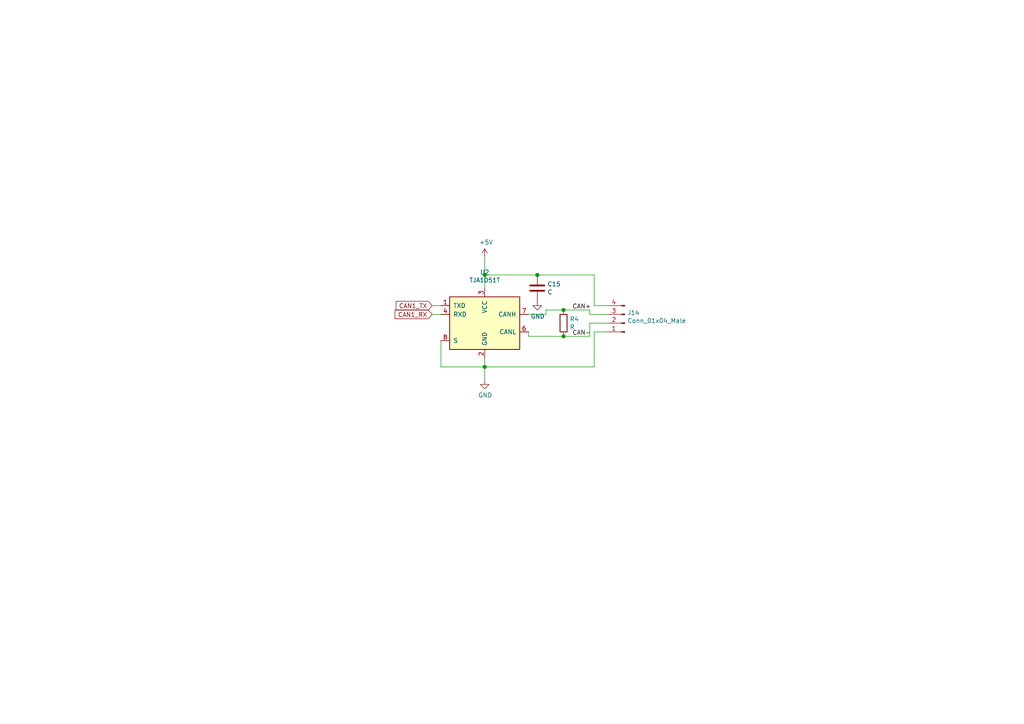
<source format=kicad_sch>
(kicad_sch (version 20200828) (generator eeschema)

  (page 5 11)

  (paper "A4")

  (lib_symbols
    (symbol "Connector:Conn_01x04_Male" (pin_names (offset 1.016) hide) (in_bom yes) (on_board yes)
      (property "Reference" "J" (id 0) (at 0 5.08 0)
        (effects (font (size 1.27 1.27)))
      )
      (property "Value" "Conn_01x04_Male" (id 1) (at 0 -7.62 0)
        (effects (font (size 1.27 1.27)))
      )
      (property "Footprint" "" (id 2) (at 0 0 0)
        (effects (font (size 1.27 1.27)) hide)
      )
      (property "Datasheet" "~" (id 3) (at 0 0 0)
        (effects (font (size 1.27 1.27)) hide)
      )
      (property "ki_keywords" "connector" (id 4) (at 0 0 0)
        (effects (font (size 1.27 1.27)) hide)
      )
      (property "ki_description" "Generic connector, single row, 01x04, script generated (kicad-library-utils/schlib/autogen/connector/)" (id 5) (at 0 0 0)
        (effects (font (size 1.27 1.27)) hide)
      )
      (property "ki_fp_filters" "Connector*:*_1x??_*" (id 6) (at 0 0 0)
        (effects (font (size 1.27 1.27)) hide)
      )
      (symbol "Conn_01x04_Male_1_1"
        (rectangle (start 0.8636 -4.953) (end 0 -5.207)
          (stroke (width 0.1524)) (fill (type outline))
        )
        (rectangle (start 0.8636 -2.413) (end 0 -2.667)
          (stroke (width 0.1524)) (fill (type outline))
        )
        (rectangle (start 0.8636 0.127) (end 0 -0.127)
          (stroke (width 0.1524)) (fill (type outline))
        )
        (rectangle (start 0.8636 2.667) (end 0 2.413)
          (stroke (width 0.1524)) (fill (type outline))
        )
        (polyline
          (pts
            (xy 1.27 -5.08)
            (xy 0.8636 -5.08)
          )
          (stroke (width 0.1524)) (fill (type none))
        )
        (polyline
          (pts
            (xy 1.27 -2.54)
            (xy 0.8636 -2.54)
          )
          (stroke (width 0.1524)) (fill (type none))
        )
        (polyline
          (pts
            (xy 1.27 0)
            (xy 0.8636 0)
          )
          (stroke (width 0.1524)) (fill (type none))
        )
        (polyline
          (pts
            (xy 1.27 2.54)
            (xy 0.8636 2.54)
          )
          (stroke (width 0.1524)) (fill (type none))
        )
        (pin passive line (at 5.08 2.54 180) (length 3.81)
          (name "Pin_1" (effects (font (size 1.27 1.27))))
          (number "1" (effects (font (size 1.27 1.27))))
        )
        (pin passive line (at 5.08 0 180) (length 3.81)
          (name "Pin_2" (effects (font (size 1.27 1.27))))
          (number "2" (effects (font (size 1.27 1.27))))
        )
        (pin passive line (at 5.08 -2.54 180) (length 3.81)
          (name "Pin_3" (effects (font (size 1.27 1.27))))
          (number "3" (effects (font (size 1.27 1.27))))
        )
        (pin passive line (at 5.08 -5.08 180) (length 3.81)
          (name "Pin_4" (effects (font (size 1.27 1.27))))
          (number "4" (effects (font (size 1.27 1.27))))
        )
      )
    )
    (symbol "Device:C" (pin_numbers hide) (pin_names (offset 0.254)) (in_bom yes) (on_board yes)
      (property "Reference" "C" (id 0) (at 0.635 2.54 0)
        (effects (font (size 1.27 1.27)) (justify left))
      )
      (property "Value" "C" (id 1) (at 0.635 -2.54 0)
        (effects (font (size 1.27 1.27)) (justify left))
      )
      (property "Footprint" "" (id 2) (at 0.9652 -3.81 0)
        (effects (font (size 1.27 1.27)) hide)
      )
      (property "Datasheet" "~" (id 3) (at 0 0 0)
        (effects (font (size 1.27 1.27)) hide)
      )
      (property "ki_keywords" "cap capacitor" (id 4) (at 0 0 0)
        (effects (font (size 1.27 1.27)) hide)
      )
      (property "ki_description" "Unpolarized capacitor" (id 5) (at 0 0 0)
        (effects (font (size 1.27 1.27)) hide)
      )
      (property "ki_fp_filters" "C_*" (id 6) (at 0 0 0)
        (effects (font (size 1.27 1.27)) hide)
      )
      (symbol "C_0_1"
        (polyline
          (pts
            (xy -2.032 -0.762)
            (xy 2.032 -0.762)
          )
          (stroke (width 0.508)) (fill (type none))
        )
        (polyline
          (pts
            (xy -2.032 0.762)
            (xy 2.032 0.762)
          )
          (stroke (width 0.508)) (fill (type none))
        )
      )
      (symbol "C_1_1"
        (pin passive line (at 0 3.81 270) (length 2.794)
          (name "~" (effects (font (size 1.27 1.27))))
          (number "1" (effects (font (size 1.27 1.27))))
        )
        (pin passive line (at 0 -3.81 90) (length 2.794)
          (name "~" (effects (font (size 1.27 1.27))))
          (number "2" (effects (font (size 1.27 1.27))))
        )
      )
    )
    (symbol "Device:R" (pin_numbers hide) (pin_names (offset 0)) (in_bom yes) (on_board yes)
      (property "Reference" "R" (id 0) (at 2.032 0 90)
        (effects (font (size 1.27 1.27)))
      )
      (property "Value" "R" (id 1) (at 0 0 90)
        (effects (font (size 1.27 1.27)))
      )
      (property "Footprint" "" (id 2) (at -1.778 0 90)
        (effects (font (size 1.27 1.27)) hide)
      )
      (property "Datasheet" "~" (id 3) (at 0 0 0)
        (effects (font (size 1.27 1.27)) hide)
      )
      (property "ki_keywords" "R res resistor" (id 4) (at 0 0 0)
        (effects (font (size 1.27 1.27)) hide)
      )
      (property "ki_description" "Resistor" (id 5) (at 0 0 0)
        (effects (font (size 1.27 1.27)) hide)
      )
      (property "ki_fp_filters" "R_*" (id 6) (at 0 0 0)
        (effects (font (size 1.27 1.27)) hide)
      )
      (symbol "R_0_1"
        (rectangle (start -1.016 -2.54) (end 1.016 2.54)
          (stroke (width 0.254)) (fill (type none))
        )
      )
      (symbol "R_1_1"
        (pin passive line (at 0 3.81 270) (length 1.27)
          (name "~" (effects (font (size 1.27 1.27))))
          (number "1" (effects (font (size 1.27 1.27))))
        )
        (pin passive line (at 0 -3.81 90) (length 1.27)
          (name "~" (effects (font (size 1.27 1.27))))
          (number "2" (effects (font (size 1.27 1.27))))
        )
      )
    )
    (symbol "Interface_CAN_LIN:TJA1051T" (pin_names (offset 1.016)) (in_bom yes) (on_board yes)
      (property "Reference" "U" (id 0) (at -10.16 8.89 0)
        (effects (font (size 1.27 1.27)) (justify left))
      )
      (property "Value" "TJA1051T" (id 1) (at 1.27 8.89 0)
        (effects (font (size 1.27 1.27)) (justify left))
      )
      (property "Footprint" "Package_SO:SOIC-8_3.9x4.9mm_P1.27mm" (id 2) (at 0 -12.7 0)
        (effects (font (size 1.27 1.27) italic) hide)
      )
      (property "Datasheet" "http://www.nxp.com/documents/data_sheet/TJA1051.pdf" (id 3) (at 0 0 0)
        (effects (font (size 1.27 1.27)) hide)
      )
      (property "ki_keywords" "High-Speed CAN Transceiver" (id 4) (at 0 0 0)
        (effects (font (size 1.27 1.27)) hide)
      )
      (property "ki_description" "High-Speed CAN Transceiver, silent mode, SOIC-8" (id 5) (at 0 0 0)
        (effects (font (size 1.27 1.27)) hide)
      )
      (property "ki_fp_filters" "SOIC*3.9x4.9mm*P1.27mm*" (id 6) (at 0 0 0)
        (effects (font (size 1.27 1.27)) hide)
      )
      (symbol "TJA1051T_0_1"
        (rectangle (start -10.16 7.62) (end 10.16 -7.62)
          (stroke (width 0.254)) (fill (type background))
        )
      )
      (symbol "TJA1051T_1_1"
        (pin input line (at -12.7 5.08 0) (length 2.54)
          (name "TXD" (effects (font (size 1.27 1.27))))
          (number "1" (effects (font (size 1.27 1.27))))
        )
        (pin power_in line (at 0 -10.16 90) (length 2.54)
          (name "GND" (effects (font (size 1.27 1.27))))
          (number "2" (effects (font (size 1.27 1.27))))
        )
        (pin power_in line (at 0 10.16 270) (length 2.54)
          (name "VCC" (effects (font (size 1.27 1.27))))
          (number "3" (effects (font (size 1.27 1.27))))
        )
        (pin output line (at -12.7 2.54 0) (length 2.54)
          (name "RXD" (effects (font (size 1.27 1.27))))
          (number "4" (effects (font (size 1.27 1.27))))
        )
        (pin unconnected line (at -12.7 -2.54 0) (length 2.54) hide
          (name "n.c." (effects (font (size 1.27 1.27))))
          (number "5" (effects (font (size 1.27 1.27))))
        )
        (pin bidirectional line (at 12.7 -2.54 180) (length 2.54)
          (name "CANL" (effects (font (size 1.27 1.27))))
          (number "6" (effects (font (size 1.27 1.27))))
        )
        (pin bidirectional line (at 12.7 2.54 180) (length 2.54)
          (name "CANH" (effects (font (size 1.27 1.27))))
          (number "7" (effects (font (size 1.27 1.27))))
        )
        (pin input line (at -12.7 -5.08 0) (length 2.54)
          (name "S" (effects (font (size 1.27 1.27))))
          (number "8" (effects (font (size 1.27 1.27))))
        )
      )
    )
    (symbol "power:+5V" (power) (pin_names (offset 0)) (in_bom yes) (on_board yes)
      (property "Reference" "#PWR" (id 0) (at 0 -3.81 0)
        (effects (font (size 1.27 1.27)) hide)
      )
      (property "Value" "+5V" (id 1) (at 0 3.556 0)
        (effects (font (size 1.27 1.27)))
      )
      (property "Footprint" "" (id 2) (at 0 0 0)
        (effects (font (size 1.27 1.27)) hide)
      )
      (property "Datasheet" "" (id 3) (at 0 0 0)
        (effects (font (size 1.27 1.27)) hide)
      )
      (property "ki_keywords" "power-flag" (id 4) (at 0 0 0)
        (effects (font (size 1.27 1.27)) hide)
      )
      (property "ki_description" "Power symbol creates a global label with name \"+5V\"" (id 5) (at 0 0 0)
        (effects (font (size 1.27 1.27)) hide)
      )
      (symbol "+5V_0_1"
        (polyline
          (pts
            (xy -0.762 1.27)
            (xy 0 2.54)
          )
          (stroke (width 0)) (fill (type none))
        )
        (polyline
          (pts
            (xy 0 0)
            (xy 0 2.54)
          )
          (stroke (width 0)) (fill (type none))
        )
        (polyline
          (pts
            (xy 0 2.54)
            (xy 0.762 1.27)
          )
          (stroke (width 0)) (fill (type none))
        )
      )
      (symbol "+5V_1_1"
        (pin power_in line (at 0 0 90) (length 0) hide
          (name "+5V" (effects (font (size 1.27 1.27))))
          (number "1" (effects (font (size 1.27 1.27))))
        )
      )
    )
    (symbol "power:GND" (power) (pin_names (offset 0)) (in_bom yes) (on_board yes)
      (property "Reference" "#PWR" (id 0) (at 0 -6.35 0)
        (effects (font (size 1.27 1.27)) hide)
      )
      (property "Value" "GND" (id 1) (at 0 -3.81 0)
        (effects (font (size 1.27 1.27)))
      )
      (property "Footprint" "" (id 2) (at 0 0 0)
        (effects (font (size 1.27 1.27)) hide)
      )
      (property "Datasheet" "" (id 3) (at 0 0 0)
        (effects (font (size 1.27 1.27)) hide)
      )
      (property "ki_keywords" "power-flag" (id 4) (at 0 0 0)
        (effects (font (size 1.27 1.27)) hide)
      )
      (property "ki_description" "Power symbol creates a global label with name \"GND\" , ground" (id 5) (at 0 0 0)
        (effects (font (size 1.27 1.27)) hide)
      )
      (symbol "GND_0_1"
        (polyline
          (pts
            (xy 0 0)
            (xy 0 -1.27)
            (xy 1.27 -1.27)
            (xy 0 -2.54)
            (xy -1.27 -1.27)
            (xy 0 -1.27)
          )
          (stroke (width 0)) (fill (type none))
        )
      )
      (symbol "GND_1_1"
        (pin power_in line (at 0 0 270) (length 0) hide
          (name "GND" (effects (font (size 1.27 1.27))))
          (number "1" (effects (font (size 1.27 1.27))))
        )
      )
    )
  )

  (junction (at 140.589 79.756) (diameter 1.016) (color 0 0 0 0))
  (junction (at 140.589 106.426) (diameter 1.016) (color 0 0 0 0))
  (junction (at 155.829 79.756) (diameter 1.016) (color 0 0 0 0))
  (junction (at 163.449 89.916) (diameter 1.016) (color 0 0 0 0))
  (junction (at 163.449 97.536) (diameter 1.016) (color 0 0 0 0))

  (wire (pts (xy 125.349 88.646) (xy 127.889 88.646))
    (stroke (width 0) (type solid) (color 0 0 0 0))
  )
  (wire (pts (xy 127.889 91.186) (xy 125.349 91.186))
    (stroke (width 0) (type solid) (color 0 0 0 0))
  )
  (wire (pts (xy 127.889 98.806) (xy 127.889 106.426))
    (stroke (width 0) (type solid) (color 0 0 0 0))
  )
  (wire (pts (xy 127.889 106.426) (xy 140.589 106.426))
    (stroke (width 0) (type solid) (color 0 0 0 0))
  )
  (wire (pts (xy 140.589 74.676) (xy 140.589 79.756))
    (stroke (width 0) (type solid) (color 0 0 0 0))
  )
  (wire (pts (xy 140.589 79.756) (xy 140.589 83.566))
    (stroke (width 0) (type solid) (color 0 0 0 0))
  )
  (wire (pts (xy 140.589 106.426) (xy 140.589 103.886))
    (stroke (width 0) (type solid) (color 0 0 0 0))
  )
  (wire (pts (xy 140.589 110.236) (xy 140.589 106.426))
    (stroke (width 0) (type solid) (color 0 0 0 0))
  )
  (wire (pts (xy 153.289 91.186) (xy 158.369 91.186))
    (stroke (width 0) (type solid) (color 0 0 0 0))
  )
  (wire (pts (xy 153.289 96.266) (xy 153.289 97.536))
    (stroke (width 0) (type solid) (color 0 0 0 0))
  )
  (wire (pts (xy 155.829 79.756) (xy 140.589 79.756))
    (stroke (width 0) (type solid) (color 0 0 0 0))
  )
  (wire (pts (xy 158.369 89.916) (xy 163.449 89.916))
    (stroke (width 0) (type solid) (color 0 0 0 0))
  )
  (wire (pts (xy 158.369 91.186) (xy 158.369 89.916))
    (stroke (width 0) (type solid) (color 0 0 0 0))
  )
  (wire (pts (xy 163.449 89.916) (xy 171.069 89.916))
    (stroke (width 0) (type solid) (color 0 0 0 0))
  )
  (wire (pts (xy 163.449 97.536) (xy 153.289 97.536))
    (stroke (width 0) (type solid) (color 0 0 0 0))
  )
  (wire (pts (xy 171.069 89.916) (xy 171.069 91.186))
    (stroke (width 0) (type solid) (color 0 0 0 0))
  )
  (wire (pts (xy 171.069 91.186) (xy 176.149 91.186))
    (stroke (width 0) (type solid) (color 0 0 0 0))
  )
  (wire (pts (xy 171.069 93.726) (xy 171.069 97.536))
    (stroke (width 0) (type solid) (color 0 0 0 0))
  )
  (wire (pts (xy 171.069 97.536) (xy 163.449 97.536))
    (stroke (width 0) (type solid) (color 0 0 0 0))
  )
  (wire (pts (xy 172.339 79.756) (xy 155.829 79.756))
    (stroke (width 0) (type solid) (color 0 0 0 0))
  )
  (wire (pts (xy 172.339 88.646) (xy 172.339 79.756))
    (stroke (width 0) (type solid) (color 0 0 0 0))
  )
  (wire (pts (xy 172.339 96.266) (xy 172.339 106.426))
    (stroke (width 0) (type solid) (color 0 0 0 0))
  )
  (wire (pts (xy 172.339 106.426) (xy 140.589 106.426))
    (stroke (width 0) (type solid) (color 0 0 0 0))
  )
  (wire (pts (xy 176.149 88.646) (xy 172.339 88.646))
    (stroke (width 0) (type solid) (color 0 0 0 0))
  )
  (wire (pts (xy 176.149 93.726) (xy 171.069 93.726))
    (stroke (width 0) (type solid) (color 0 0 0 0))
  )
  (wire (pts (xy 176.149 96.266) (xy 172.339 96.266))
    (stroke (width 0) (type solid) (color 0 0 0 0))
  )

  (label "CAN+" (at 165.989 89.916 0)
    (effects (font (size 1.27 1.27)) (justify left bottom))
  )
  (label "CAN-" (at 165.989 97.536 0)
    (effects (font (size 1.27 1.27)) (justify left bottom))
  )

  (global_label "CAN1_TX" (shape input) (at 125.349 88.646 180)
    (effects (font (size 1.27 1.27)) (justify right))
  )
  (global_label "CAN1_RX" (shape input) (at 125.349 91.186 180)
    (effects (font (size 1.27 1.27)) (justify right))
  )

  (symbol (lib_id "power:+5V") (at 140.589 74.676 0) (unit 1)
    (in_bom yes) (on_board yes)
    (uuid "a4f29d90-d82e-4d22-9471-5414561a90fe")
    (property "Reference" "#PWR0141" (id 0) (at 140.589 78.486 0)
      (effects (font (size 1.27 1.27)) hide)
    )
    (property "Value" "+5V" (id 1) (at 140.97 70.2818 0))
    (property "Footprint" "" (id 2) (at 140.589 74.676 0)
      (effects (font (size 1.27 1.27)) hide)
    )
    (property "Datasheet" "" (id 3) (at 140.589 74.676 0)
      (effects (font (size 1.27 1.27)) hide)
    )
  )

  (symbol (lib_id "power:GND") (at 140.589 110.236 0) (unit 1)
    (in_bom yes) (on_board yes)
    (uuid "b02c9092-2744-439b-b3e4-1467f70ba264")
    (property "Reference" "#PWR0140" (id 0) (at 140.589 116.586 0)
      (effects (font (size 1.27 1.27)) hide)
    )
    (property "Value" "GND" (id 1) (at 140.716 114.6302 0))
    (property "Footprint" "" (id 2) (at 140.589 110.236 0)
      (effects (font (size 1.27 1.27)) hide)
    )
    (property "Datasheet" "" (id 3) (at 140.589 110.236 0)
      (effects (font (size 1.27 1.27)) hide)
    )
  )

  (symbol (lib_id "power:GND") (at 155.829 87.376 0) (unit 1)
    (in_bom yes) (on_board yes)
    (uuid "d5c45bf3-4115-4ccb-aec4-df8cf003ffba")
    (property "Reference" "#PWR0142" (id 0) (at 155.829 93.726 0)
      (effects (font (size 1.27 1.27)) hide)
    )
    (property "Value" "GND" (id 1) (at 155.956 91.7702 0))
    (property "Footprint" "" (id 2) (at 155.829 87.376 0)
      (effects (font (size 1.27 1.27)) hide)
    )
    (property "Datasheet" "" (id 3) (at 155.829 87.376 0)
      (effects (font (size 1.27 1.27)) hide)
    )
  )

  (symbol (lib_id "Device:R") (at 163.449 93.726 0) (unit 1)
    (in_bom yes) (on_board yes)
    (uuid "9f1cbce1-deff-40b5-85c7-8b555ba13dda")
    (property "Reference" "R4" (id 0) (at 165.227 92.5576 0)
      (effects (font (size 1.27 1.27)) (justify left))
    )
    (property "Value" "R" (id 1) (at 165.227 94.869 0)
      (effects (font (size 1.27 1.27)) (justify left))
    )
    (property "Footprint" "Resistor_SMD:R_0603_1608Metric_Pad1.05x0.95mm_HandSolder" (id 2) (at 161.671 93.726 90)
      (effects (font (size 1.27 1.27)) hide)
    )
    (property "Datasheet" "~" (id 3) (at 163.449 93.726 0)
      (effects (font (size 1.27 1.27)) hide)
    )
  )

  (symbol (lib_id "Device:C") (at 155.829 83.566 0) (unit 1)
    (in_bom yes) (on_board yes)
    (uuid "64518714-0d88-4f62-a1d1-ac0274bb84d5")
    (property "Reference" "C15" (id 0) (at 158.75 82.3976 0)
      (effects (font (size 1.27 1.27)) (justify left))
    )
    (property "Value" "C" (id 1) (at 158.75 84.709 0)
      (effects (font (size 1.27 1.27)) (justify left))
    )
    (property "Footprint" "Capacitor_SMD:C_0603_1608Metric_Pad1.05x0.95mm_HandSolder" (id 2) (at 156.7942 87.376 0)
      (effects (font (size 1.27 1.27)) hide)
    )
    (property "Datasheet" "~" (id 3) (at 155.829 83.566 0)
      (effects (font (size 1.27 1.27)) hide)
    )
  )

  (symbol (lib_id "Connector:Conn_01x04_Male") (at 181.229 93.726 180) (unit 1)
    (in_bom yes) (on_board yes)
    (uuid "7cf0c057-e833-4b32-989a-74f925326893")
    (property "Reference" "J14" (id 0) (at 181.9402 90.7288 0)
      (effects (font (size 1.27 1.27)) (justify right))
    )
    (property "Value" "Conn_01x04_Male" (id 1) (at 181.9402 93.0402 0)
      (effects (font (size 1.27 1.27)) (justify right))
    )
    (property "Footprint" "Connector_JST:JST_XH_B4B-XH-A_1x04_P2.50mm_Vertical" (id 2) (at 181.229 93.726 0)
      (effects (font (size 1.27 1.27)) hide)
    )
    (property "Datasheet" "~" (id 3) (at 181.229 93.726 0)
      (effects (font (size 1.27 1.27)) hide)
    )
  )

  (symbol (lib_id "Interface_CAN_LIN:TJA1051T") (at 140.589 93.726 0) (unit 1)
    (in_bom yes) (on_board yes)
    (uuid "e2fc96ba-66d1-4eb4-a59d-abdbb2d6355d")
    (property "Reference" "U2" (id 0) (at 140.589 78.9686 0))
    (property "Value" "TJA1051T" (id 1) (at 140.589 81.28 0))
    (property "Footprint" "Package_TO_SOT_SMD:SOT-23-5" (id 2) (at 140.589 106.426 0)
      (effects (font (size 1.27 1.27) italic) hide)
    )
    (property "Datasheet" "http://www.nxp.com/documents/data_sheet/TJA1051.pdf" (id 3) (at 140.589 93.726 0)
      (effects (font (size 1.27 1.27)) hide)
    )
  )
)

</source>
